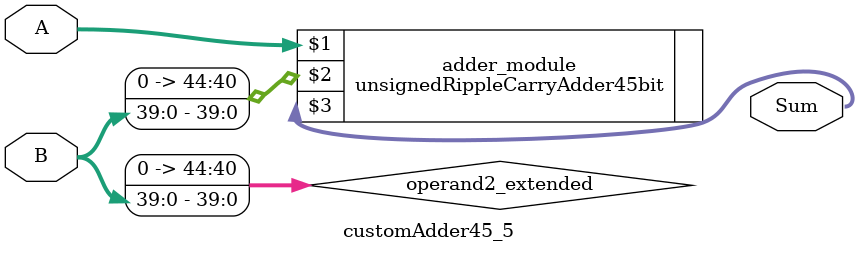
<source format=v>
module customAdder45_5(
                        input [44 : 0] A,
                        input [39 : 0] B,
                        
                        output [45 : 0] Sum
                );

        wire [44 : 0] operand2_extended;
        
        assign operand2_extended =  {5'b0, B};
        
        unsignedRippleCarryAdder45bit adder_module(
            A,
            operand2_extended,
            Sum
        );
        
        endmodule
        
</source>
